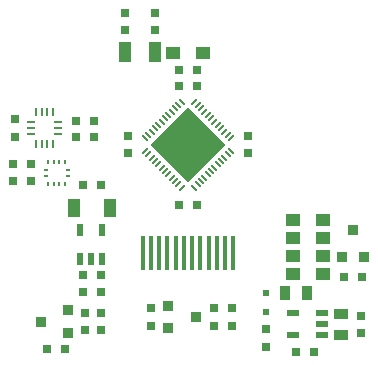
<source format=gbr>
%TF.GenerationSoftware,Altium Limited,Altium Designer,20.0.13 (296)*%
G04 Layer_Color=8421504*
%FSLAX25Y25*%
%MOIN*%
%TF.FileFunction,Paste,Top*%
%TF.Part,Single*%
G01*
G75*
%TA.AperFunction,SMDPad,CuDef*%
%ADD10R,0.03150X0.02756*%
G04:AMPARAMS|DCode=11|XSize=7.87mil|YSize=27.56mil|CornerRadius=0mil|HoleSize=0mil|Usage=FLASHONLY|Rotation=45.000|XOffset=0mil|YOffset=0mil|HoleType=Round|Shape=Rectangle|*
%AMROTATEDRECTD11*
4,1,4,0.00696,-0.01253,-0.01253,0.00696,-0.00696,0.01253,0.01253,-0.00696,0.00696,-0.01253,0.0*
%
%ADD11ROTATEDRECTD11*%

G04:AMPARAMS|DCode=12|XSize=7.87mil|YSize=27.56mil|CornerRadius=0mil|HoleSize=0mil|Usage=FLASHONLY|Rotation=315.000|XOffset=0mil|YOffset=0mil|HoleType=Round|Shape=Rectangle|*
%AMROTATEDRECTD12*
4,1,4,-0.01253,-0.00696,0.00696,0.01253,0.01253,0.00696,-0.00696,-0.01253,-0.01253,-0.00696,0.0*
%
%ADD12ROTATEDRECTD12*%

%ADD13P,0.25055X4X360.0*%
%ADD14R,0.02756X0.03150*%
%ADD15R,0.05000X0.04000*%
%ADD16R,0.03937X0.07087*%
%ADD17R,0.01102X0.03091*%
%ADD18R,0.03091X0.01102*%
%ADD19R,0.01102X0.01831*%
%ADD20R,0.01831X0.01102*%
%ADD21R,0.03937X0.06299*%
%ADD22R,0.01968X0.03937*%
%ADD23R,0.03740X0.03543*%
%ADD24R,0.03740X0.03543*%
%ADD26R,0.03543X0.04724*%
%ADD27R,0.03937X0.01968*%
%ADD28R,0.04724X0.03543*%
%ADD29R,0.03543X0.03740*%
%ADD30R,0.03543X0.03740*%
%ADD31R,0.01378X0.11811*%
%ADD95R,0.02362X0.02362*%
D10*
X42500Y123453D02*
D03*
Y117547D02*
D03*
X52500Y123453D02*
D03*
Y117547D02*
D03*
X5671Y82063D02*
D03*
Y87968D02*
D03*
X29000Y23453D02*
D03*
Y17547D02*
D03*
X34500D02*
D03*
Y23453D02*
D03*
X51000Y24953D02*
D03*
Y19047D02*
D03*
X72000D02*
D03*
Y24953D02*
D03*
X78000D02*
D03*
Y19047D02*
D03*
X89500Y17953D02*
D03*
Y12047D02*
D03*
X121000Y16547D02*
D03*
Y22453D02*
D03*
X43500Y82453D02*
D03*
Y76547D02*
D03*
X83500D02*
D03*
Y82453D02*
D03*
D11*
X61412Y93837D02*
D03*
X60299Y92724D02*
D03*
X59185Y91610D02*
D03*
X58071Y90496D02*
D03*
X56958Y89383D02*
D03*
X55844Y88269D02*
D03*
X54731Y87156D02*
D03*
X53617Y86042D02*
D03*
X52504Y84929D02*
D03*
X51390Y83815D02*
D03*
X50276Y82701D02*
D03*
X49163Y81588D02*
D03*
X65588Y65163D02*
D03*
X66702Y66277D02*
D03*
X67815Y67390D02*
D03*
X68929Y68504D02*
D03*
X70042Y69617D02*
D03*
X71156Y70731D02*
D03*
X72269Y71844D02*
D03*
X73383Y72958D02*
D03*
X74496Y74071D02*
D03*
X75610Y75185D02*
D03*
X76723Y76298D02*
D03*
X77837Y77412D02*
D03*
D12*
X49163D02*
D03*
X50276Y76298D02*
D03*
X51390Y75185D02*
D03*
X52504Y74071D02*
D03*
X53617Y72958D02*
D03*
X54731Y71844D02*
D03*
X55844Y70731D02*
D03*
X56958Y69617D02*
D03*
X58071Y68504D02*
D03*
X59185Y67390D02*
D03*
X60299Y66277D02*
D03*
X61412Y65163D02*
D03*
X77837Y81588D02*
D03*
X76723Y82701D02*
D03*
X75610Y83815D02*
D03*
X74496Y84929D02*
D03*
X73383Y86042D02*
D03*
X72269Y87156D02*
D03*
X71156Y88269D02*
D03*
X70042Y89383D02*
D03*
X68929Y90496D02*
D03*
X67815Y91610D02*
D03*
X66702Y92724D02*
D03*
X65588Y93837D02*
D03*
D13*
X63500Y79500D02*
D03*
D14*
X60547Y104500D02*
D03*
X66453D02*
D03*
Y99000D02*
D03*
X60547D02*
D03*
X11124Y67516D02*
D03*
X5218D02*
D03*
Y73016D02*
D03*
X11124D02*
D03*
X32124Y87516D02*
D03*
X26219D02*
D03*
X32124Y82016D02*
D03*
X26219D02*
D03*
X28547Y66000D02*
D03*
X34453D02*
D03*
Y36000D02*
D03*
X28547D02*
D03*
X34453Y30500D02*
D03*
X28547D02*
D03*
X22453Y11500D02*
D03*
X16547D02*
D03*
X99547Y10500D02*
D03*
X105453D02*
D03*
X121453Y35500D02*
D03*
X115547D02*
D03*
X60547Y59500D02*
D03*
X66453D02*
D03*
D15*
X58382Y110000D02*
D03*
X68618D02*
D03*
X108618Y54500D02*
D03*
X98382D02*
D03*
Y48500D02*
D03*
X108618D02*
D03*
Y42500D02*
D03*
X98382D02*
D03*
X108618Y36500D02*
D03*
X98382D02*
D03*
D16*
X52421Y110500D02*
D03*
X42579D02*
D03*
D17*
X18624Y90498D02*
D03*
X16656D02*
D03*
X14687D02*
D03*
X12719D02*
D03*
Y79533D02*
D03*
X14687D02*
D03*
X16656D02*
D03*
X18624D02*
D03*
D18*
X11173Y86984D02*
D03*
Y85016D02*
D03*
Y83047D02*
D03*
X20169D02*
D03*
Y85016D02*
D03*
Y86984D02*
D03*
D19*
X22624Y73657D02*
D03*
X20656D02*
D03*
X18687D02*
D03*
X16718D02*
D03*
Y66374D02*
D03*
X18687D02*
D03*
X20656D02*
D03*
X22624D02*
D03*
D20*
X16000Y71000D02*
D03*
Y69031D02*
D03*
X23343D02*
D03*
Y71000D02*
D03*
D21*
X25594Y58500D02*
D03*
X37405D02*
D03*
D22*
X34980Y41500D02*
D03*
X27500D02*
D03*
X31240D02*
D03*
X27500Y50949D02*
D03*
X34980D02*
D03*
D23*
X14374Y20500D02*
D03*
X23626Y16760D02*
D03*
X66126Y22000D02*
D03*
X56874Y25740D02*
D03*
D24*
X23626Y24240D02*
D03*
X56874Y18260D02*
D03*
D26*
X103043Y30000D02*
D03*
X95957D02*
D03*
D27*
X108000Y23480D02*
D03*
Y16000D02*
D03*
Y19740D02*
D03*
X98551Y16000D02*
D03*
Y23480D02*
D03*
D28*
X114500Y15957D02*
D03*
Y23043D02*
D03*
D29*
X118500Y51126D02*
D03*
X114760Y41874D02*
D03*
D30*
X122240Y41874D02*
D03*
D31*
X78658Y43500D02*
D03*
X75902D02*
D03*
X73146D02*
D03*
X70390D02*
D03*
X67634D02*
D03*
X64878D02*
D03*
X62122D02*
D03*
X59366D02*
D03*
X56610D02*
D03*
X53854D02*
D03*
X51098D02*
D03*
X48342D02*
D03*
D95*
X89500Y23850D02*
D03*
Y30150D02*
D03*
%TF.MD5,c290e9438bde8a9bf87cfa842444f721*%
M02*

</source>
